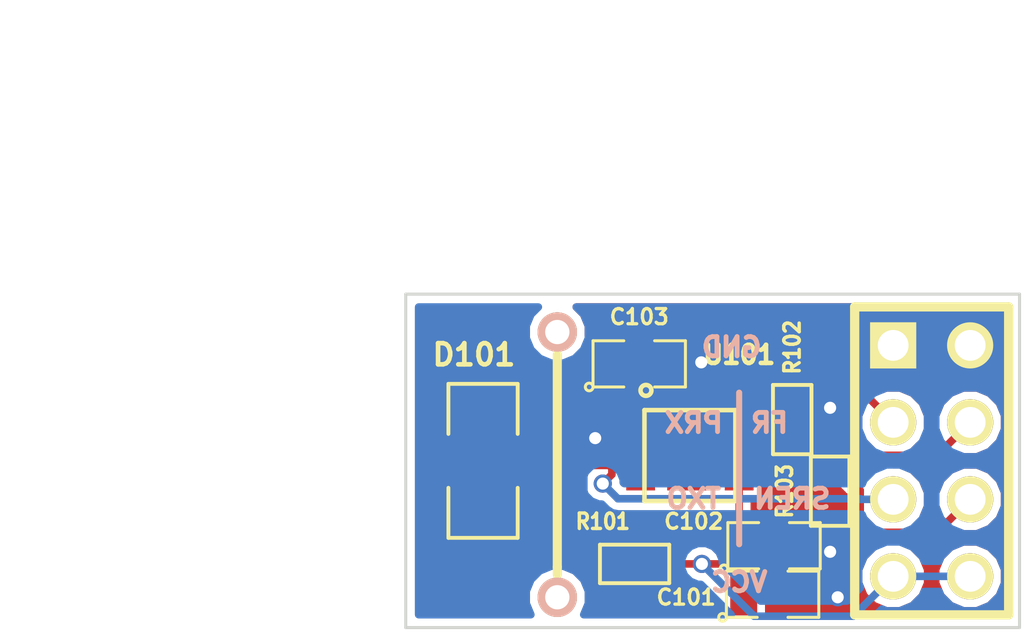
<source format=kicad_pcb>
(kicad_pcb (version 4) (host pcbnew "(after 2015-mar-04 BZR unknown)-product")

  (general
    (links 22)
    (no_connects 0)
    (area 146.199999 98.449999 166.550001 109.550001)
    (thickness 1.6)
    (drawings 15)
    (tracks 91)
    (zones 0)
    (modules 11)
    (nets 9)
  )

  (page A4)
  (layers
    (0 F.Cu signal)
    (31 B.Cu signal)
    (32 B.Adhes user)
    (33 F.Adhes user)
    (34 B.Paste user)
    (35 F.Paste user)
    (36 B.SilkS user)
    (37 F.SilkS user)
    (38 B.Mask user)
    (39 F.Mask user)
    (40 Dwgs.User user)
    (41 Cmts.User user)
    (42 Eco1.User user)
    (43 Eco2.User user)
    (44 Edge.Cuts user)
    (45 Margin user)
    (46 B.CrtYd user)
    (47 F.CrtYd user)
    (48 B.Fab user)
    (49 F.Fab user)
  )

  (setup
    (last_trace_width 0.25)
    (trace_clearance 0.2)
    (zone_clearance 0.508)
    (zone_45_only no)
    (trace_min 0.2)
    (segment_width 0.2)
    (edge_width 0.1)
    (via_size 0.6)
    (via_drill 0.4)
    (via_min_size 0.4)
    (via_min_drill 0.3)
    (uvia_size 0.3)
    (uvia_drill 0.1)
    (uvias_allowed no)
    (uvia_min_size 0.2)
    (uvia_min_drill 0.1)
    (pcb_text_width 0.3)
    (pcb_text_size 1.5 1.5)
    (mod_edge_width 0.15)
    (mod_text_size 1 1)
    (mod_text_width 0.15)
    (pad_size 1.5 1.5)
    (pad_drill 0.6)
    (pad_to_mask_clearance 0)
    (aux_axis_origin 0 0)
    (visible_elements 7FFFFF7F)
    (pcbplotparams
      (layerselection 0x010f0_80000001)
      (usegerberextensions true)
      (excludeedgelayer true)
      (linewidth 0.100000)
      (plotframeref false)
      (viasonmask false)
      (mode 1)
      (useauxorigin false)
      (hpglpennumber 1)
      (hpglpenspeed 20)
      (hpglpendiameter 15)
      (hpglpenoverlay 2)
      (psnegative false)
      (psa4output false)
      (plotreference true)
      (plotvalue true)
      (plotinvisibletext false)
      (padsonsilk false)
      (subtractmaskfromsilk false)
      (outputformat 1)
      (mirror false)
      (drillshape 0)
      (scaleselection 1)
      (outputdirectory prod_files/))
  )

  (net 0 "")
  (net 1 VCC)
  (net 2 GND)
  (net 3 /TXO)
  (net 4 /FR)
  (net 5 /PRX)
  (net 6 "Net-(U101-Pad4)")
  (net 7 /SREN)
  (net 8 "Net-(C103-Pad1)")

  (net_class Default "Ceci est la Netclass par défaut"
    (clearance 0.2)
    (trace_width 0.25)
    (via_dia 0.6)
    (via_drill 0.4)
    (uvia_dia 0.3)
    (uvia_drill 0.1)
    (add_net /FR)
    (add_net /PRX)
    (add_net /SREN)
    (add_net /TXO)
    (add_net GND)
    (add_net "Net-(C103-Pad1)")
    (add_net "Net-(U101-Pad4)")
    (add_net VCC)
  )

  (module General_SMD:SM0805 (layer F.Cu) (tedit 54EC8E63) (tstamp 55BF5D61)
    (at 158.3525 108.4)
    (path /55BF4BEC)
    (attr smd)
    (fp_text reference C101 (at -2.8525 0.1) (layer F.SilkS)
      (effects (font (size 0.50038 0.50038) (thickness 0.10922)))
    )
    (fp_text value CAP_0805 (at 0 0.381) (layer F.SilkS) hide
      (effects (font (size 0.50038 0.50038) (thickness 0.10922)))
    )
    (fp_circle (center -1.651 0.762) (end -1.651 0.635) (layer F.SilkS) (width 0.09906))
    (fp_line (start -0.508 0.762) (end -1.524 0.762) (layer F.SilkS) (width 0.09906))
    (fp_line (start -1.524 0.762) (end -1.524 -0.762) (layer F.SilkS) (width 0.09906))
    (fp_line (start -1.524 -0.762) (end -0.508 -0.762) (layer F.SilkS) (width 0.09906))
    (fp_line (start 0.508 -0.762) (end 1.524 -0.762) (layer F.SilkS) (width 0.09906))
    (fp_line (start 1.524 -0.762) (end 1.524 0.762) (layer F.SilkS) (width 0.09906))
    (fp_line (start 1.524 0.762) (end 0.508 0.762) (layer F.SilkS) (width 0.09906))
    (pad 1 smd rect (at -0.9525 0) (size 0.889 1.397) (layers F.Cu F.Paste F.Mask)
      (net 1 VCC))
    (pad 2 smd rect (at 0.9525 0) (size 0.889 1.397) (layers F.Cu F.Paste F.Mask)
      (net 2 GND))
    (model smd/chip_cms.wrl
      (at (xyz 0 0 0))
      (scale (xyz 0.1 0.1 0.1))
      (rotate (xyz 0 0 0))
    )
  )

  (module General_SMD:SM0805 (layer F.Cu) (tedit 54EC8E63) (tstamp 55BF5D67)
    (at 158.4 106.8)
    (path /55BF4B7B)
    (attr smd)
    (fp_text reference C102 (at -2.65 -0.8) (layer F.SilkS)
      (effects (font (size 0.50038 0.50038) (thickness 0.10922)))
    )
    (fp_text value CAP_0805 (at 0 0.381) (layer F.SilkS) hide
      (effects (font (size 0.50038 0.50038) (thickness 0.10922)))
    )
    (fp_circle (center -1.651 0.762) (end -1.651 0.635) (layer F.SilkS) (width 0.09906))
    (fp_line (start -0.508 0.762) (end -1.524 0.762) (layer F.SilkS) (width 0.09906))
    (fp_line (start -1.524 0.762) (end -1.524 -0.762) (layer F.SilkS) (width 0.09906))
    (fp_line (start -1.524 -0.762) (end -0.508 -0.762) (layer F.SilkS) (width 0.09906))
    (fp_line (start 0.508 -0.762) (end 1.524 -0.762) (layer F.SilkS) (width 0.09906))
    (fp_line (start 1.524 -0.762) (end 1.524 0.762) (layer F.SilkS) (width 0.09906))
    (fp_line (start 1.524 0.762) (end 0.508 0.762) (layer F.SilkS) (width 0.09906))
    (pad 1 smd rect (at -0.9525 0) (size 0.889 1.397) (layers F.Cu F.Paste F.Mask)
      (net 1 VCC))
    (pad 2 smd rect (at 0.9525 0) (size 0.889 1.397) (layers F.Cu F.Paste F.Mask)
      (net 2 GND))
    (model smd/chip_cms.wrl
      (at (xyz 0 0 0))
      (scale (xyz 0.1 0.1 0.1))
      (rotate (xyz 0 0 0))
    )
  )

  (module General_SMD:SM0805 (layer F.Cu) (tedit 54EC8E63) (tstamp 55BF5D6D)
    (at 153.9525 100.8)
    (path /55BF4C12)
    (attr smd)
    (fp_text reference C103 (at 0 -1.55) (layer F.SilkS)
      (effects (font (size 0.50038 0.50038) (thickness 0.10922)))
    )
    (fp_text value CAP_0805 (at 0 0.381) (layer F.SilkS) hide
      (effects (font (size 0.50038 0.50038) (thickness 0.10922)))
    )
    (fp_circle (center -1.651 0.762) (end -1.651 0.635) (layer F.SilkS) (width 0.09906))
    (fp_line (start -0.508 0.762) (end -1.524 0.762) (layer F.SilkS) (width 0.09906))
    (fp_line (start -1.524 0.762) (end -1.524 -0.762) (layer F.SilkS) (width 0.09906))
    (fp_line (start -1.524 -0.762) (end -0.508 -0.762) (layer F.SilkS) (width 0.09906))
    (fp_line (start 0.508 -0.762) (end 1.524 -0.762) (layer F.SilkS) (width 0.09906))
    (fp_line (start 1.524 -0.762) (end 1.524 0.762) (layer F.SilkS) (width 0.09906))
    (fp_line (start 1.524 0.762) (end 0.508 0.762) (layer F.SilkS) (width 0.09906))
    (pad 1 smd rect (at -0.9525 0) (size 0.889 1.397) (layers F.Cu F.Paste F.Mask)
      (net 8 "Net-(C103-Pad1)"))
    (pad 2 smd rect (at 0.9525 0) (size 0.889 1.397) (layers F.Cu F.Paste F.Mask)
      (net 2 GND))
    (model smd/chip_cms.wrl
      (at (xyz 0 0 0))
      (scale (xyz 0.1 0.1 0.1))
      (rotate (xyz 0 0 0))
    )
  )

  (module General_SMD:SM0603 (layer F.Cu) (tedit 54EC8D93) (tstamp 55BF5D73)
    (at 153.8 107.4 180)
    (path /55BF4C2F)
    (attr smd)
    (fp_text reference R101 (at 1.05 1.4 180) (layer F.SilkS)
      (effects (font (size 0.508 0.4572) (thickness 0.1143)))
    )
    (fp_text value RES_0603 (at 0 0 180) (layer F.SilkS) hide
      (effects (font (size 0.508 0.4572) (thickness 0.1143)))
    )
    (fp_line (start -1.143 -0.635) (end 1.143 -0.635) (layer F.SilkS) (width 0.127))
    (fp_line (start 1.143 -0.635) (end 1.143 0.635) (layer F.SilkS) (width 0.127))
    (fp_line (start 1.143 0.635) (end -1.143 0.635) (layer F.SilkS) (width 0.127))
    (fp_line (start -1.143 0.635) (end -1.143 -0.635) (layer F.SilkS) (width 0.127))
    (pad 1 smd rect (at -0.762 0 180) (size 0.635 1.143) (layers F.Cu F.Paste F.Mask)
      (net 1 VCC))
    (pad 2 smd rect (at 0.762 0 180) (size 0.635 1.143) (layers F.Cu F.Paste F.Mask)
      (net 8 "Net-(C103-Pad1)"))
    (model smd\resistors\R0603.wrl
      (at (xyz 0 0 0.001))
      (scale (xyz 0.5 0.5 0.5))
      (rotate (xyz 0 0 0))
    )
  )

  (module General_SMD:SM0603 (layer F.Cu) (tedit 54EC8D93) (tstamp 55BF5D79)
    (at 159 102.638 90)
    (path /55BF4D14)
    (attr smd)
    (fp_text reference R102 (at 2.388 0 90) (layer F.SilkS)
      (effects (font (size 0.508 0.4572) (thickness 0.1143)))
    )
    (fp_text value RES_0603 (at 0 0 90) (layer F.SilkS) hide
      (effects (font (size 0.508 0.4572) (thickness 0.1143)))
    )
    (fp_line (start -1.143 -0.635) (end 1.143 -0.635) (layer F.SilkS) (width 0.127))
    (fp_line (start 1.143 -0.635) (end 1.143 0.635) (layer F.SilkS) (width 0.127))
    (fp_line (start 1.143 0.635) (end -1.143 0.635) (layer F.SilkS) (width 0.127))
    (fp_line (start -1.143 0.635) (end -1.143 -0.635) (layer F.SilkS) (width 0.127))
    (pad 1 smd rect (at -0.762 0 90) (size 0.635 1.143) (layers F.Cu F.Paste F.Mask)
      (net 4 /FR))
    (pad 2 smd rect (at 0.762 0 90) (size 0.635 1.143) (layers F.Cu F.Paste F.Mask)
      (net 2 GND))
    (model smd\resistors\R0603.wrl
      (at (xyz 0 0 0.001))
      (scale (xyz 0.5 0.5 0.5))
      (rotate (xyz 0 0 0))
    )
  )

  (module ODFN:ODFN-8_3x3 (layer F.Cu) (tedit 55BF7F9B) (tstamp 55BF5D86)
    (at 155.625 103.825 270)
    (path /55BF4B32)
    (fp_text reference U101 (at -3.325 -1.625 360) (layer F.SilkS)
      (effects (font (size 0.6 0.6) (thickness 0.15)))
    )
    (fp_text value SI1102 (at 3.4 8.2 270) (layer F.Fab) hide
      (effects (font (size 1 1) (thickness 0.15)))
    )
    (fp_circle (center -2.15 1.45) (end -2.05 1.6) (layer F.SilkS) (width 0.15))
    (fp_line (start -1.5 -1.5) (end -1.5 1.5) (layer F.SilkS) (width 0.15))
    (fp_line (start -1.5 1.5) (end 1.5 1.5) (layer F.SilkS) (width 0.15))
    (fp_line (start 1.5 1.5) (end 1.5 -1.5) (layer F.SilkS) (width 0.15))
    (fp_line (start 1.5 -1.5) (end -1.5 -1.5) (layer F.SilkS) (width 0.15))
    (pad 9 smd rect (at 0 0 270) (size 2.3 1.5) (layers F.Cu F.Paste F.Mask))
    (pad 1 smd rect (at -0.975 1.625 270) (size 0.35 0.95) (layers F.Cu F.Paste F.Mask)
      (net 5 /PRX))
    (pad 2 smd rect (at -0.325 1.625 270) (size 0.35 0.95) (layers F.Cu F.Paste F.Mask)
      (net 2 GND))
    (pad 3 smd rect (at 0.325 1.625 270) (size 0.35 0.95) (layers F.Cu F.Paste F.Mask)
      (net 3 /TXO))
    (pad 4 smd rect (at 0.975 1.625 270) (size 0.35 0.95) (layers F.Cu F.Paste F.Mask)
      (net 6 "Net-(U101-Pad4)"))
    (pad 5 smd rect (at 0.975 -1.625 270) (size 0.35 0.95) (layers F.Cu F.Paste F.Mask)
      (net 1 VCC))
    (pad 6 smd rect (at 0.325 -1.625 270) (size 0.35 0.95) (layers F.Cu F.Paste F.Mask)
      (net 7 /SREN))
    (pad 7 smd rect (at -0.325 -1.625 270) (size 0.35 0.95) (layers F.Cu F.Paste F.Mask)
      (net 4 /FR))
    (pad 8 smd rect (at -0.975 -1.625 270) (size 0.35 0.95) (layers F.Cu F.Paste F.Mask)
      (net 2 GND))
  )

  (module Connectors_254mm:pin_array_4x2 (layer F.Cu) (tedit 55BF7FCE) (tstamp 55BF5DDA)
    (at 163.6 104 270)
    (descr "Double rangee de contacts 2 x 4 pins")
    (tags CONN)
    (path /55BF573E)
    (fp_text reference P101 (at 0.04 -3.48 270) (layer F.SilkS) hide
      (effects (font (size 0.7 0.7) (thickness 0.152)))
    )
    (fp_text value CONN_02X04 (at 0 3.81 270) (layer F.SilkS) hide
      (effects (font (size 1.016 1.016) (thickness 0.2032)))
    )
    (fp_line (start -5.08 -2.54) (end 5.08 -2.54) (layer F.SilkS) (width 0.3048))
    (fp_line (start 5.08 -2.54) (end 5.08 2.54) (layer F.SilkS) (width 0.3048))
    (fp_line (start 5.08 2.54) (end -5.08 2.54) (layer F.SilkS) (width 0.3048))
    (fp_line (start -5.08 2.54) (end -5.08 -2.54) (layer F.SilkS) (width 0.3048))
    (pad 1 thru_hole rect (at -3.81 1.27 270) (size 1.524 1.524) (drill 1.016) (layers *.Cu *.Mask F.SilkS)
      (net 2 GND))
    (pad 2 thru_hole circle (at -3.81 -1.27 270) (size 1.524 1.524) (drill 1.016) (layers *.Cu *.Mask F.SilkS)
      (net 2 GND))
    (pad 3 thru_hole circle (at -1.27 1.27 270) (size 1.524 1.524) (drill 1.016) (layers *.Cu *.Mask F.SilkS)
      (net 5 /PRX))
    (pad 4 thru_hole circle (at -1.27 -1.27 270) (size 1.524 1.524) (drill 1.016) (layers *.Cu *.Mask F.SilkS)
      (net 4 /FR))
    (pad 5 thru_hole circle (at 1.27 1.27 270) (size 1.524 1.524) (drill 1.016) (layers *.Cu *.Mask F.SilkS)
      (net 3 /TXO))
    (pad 6 thru_hole circle (at 1.27 -1.27 270) (size 1.524 1.524) (drill 1.016) (layers *.Cu *.Mask F.SilkS)
      (net 7 /SREN))
    (pad 7 thru_hole circle (at 3.81 1.27 270) (size 1.524 1.524) (drill 1.016) (layers *.Cu *.Mask F.SilkS)
      (net 1 VCC))
    (pad 8 thru_hole circle (at 3.81 -1.27 270) (size 1.524 1.524) (drill 1.016) (layers *.Cu *.Mask F.SilkS)
      (net 1 VCC))
    (model pin_array/pins_array_4x2.wrl
      (at (xyz 0 0 0))
      (scale (xyz 1 1 1))
      (rotate (xyz 0 0 0))
    )
  )

  (module General_SMD:SM1206 (layer F.Cu) (tedit 54CD7B0D) (tstamp 55BF5F3E)
    (at 148.8 104 270)
    (path /55BF613B)
    (attr smd)
    (fp_text reference D101 (at -3.5 0.3 540) (layer F.SilkS)
      (effects (font (size 0.7 0.7) (thickness 0.152)))
    )
    (fp_text value Led_Small (at 0 0 270) (layer F.SilkS) hide
      (effects (font (size 0.762 0.762) (thickness 0.127)))
    )
    (fp_line (start -2.54 -1.143) (end -2.54 1.143) (layer F.SilkS) (width 0.127))
    (fp_line (start -2.54 1.143) (end -0.889 1.143) (layer F.SilkS) (width 0.127))
    (fp_line (start 0.889 -1.143) (end 2.54 -1.143) (layer F.SilkS) (width 0.127))
    (fp_line (start 2.54 -1.143) (end 2.54 1.143) (layer F.SilkS) (width 0.127))
    (fp_line (start 2.54 1.143) (end 0.889 1.143) (layer F.SilkS) (width 0.127))
    (fp_line (start -0.889 -1.143) (end -2.54 -1.143) (layer F.SilkS) (width 0.127))
    (pad 1 smd rect (at -1.651 0 270) (size 1.524 2.032) (layers F.Cu F.Paste F.Mask)
      (net 8 "Net-(C103-Pad1)"))
    (pad 2 smd rect (at 1.651 0 270) (size 1.524 2.032) (layers F.Cu F.Paste F.Mask)
      (net 3 /TXO))
    (model smd/chip_cms.wrl
      (at (xyz 0 0 0))
      (scale (xyz 0.17 0.16 0.16))
      (rotate (xyz 0 0 0))
    )
  )

  (module Mounting_Holes:0.8mm_plated_hole (layer F.Cu) (tedit 55BF61E7) (tstamp 55BF6434)
    (at 151.25 108.5)
    (fp_text reference REF** (at 0 0.5) (layer F.SilkS) hide
      (effects (font (size 1 1) (thickness 0.15)))
    )
    (fp_text value 0.8mm_plated_hole (at 0 -0.5) (layer F.Fab) hide
      (effects (font (size 1 1) (thickness 0.15)))
    )
    (pad 1 thru_hole circle (at 0 0) (size 1.3 1.3) (drill 0.8) (layers *.Cu *.SilkS *.Mask))
  )

  (module Mounting_Holes:0.8mm_plated_hole (layer F.Cu) (tedit 55BF61E7) (tstamp 55BF6439)
    (at 151.25 99.75)
    (fp_text reference REF** (at 0 0.5) (layer F.SilkS) hide
      (effects (font (size 1 1) (thickness 0.15)))
    )
    (fp_text value 0.8mm_plated_hole (at 0 -0.5) (layer F.Fab) hide
      (effects (font (size 1 1) (thickness 0.15)))
    )
    (pad 1 thru_hole circle (at 0 0) (size 1.3 1.3) (drill 0.8) (layers *.Cu *.SilkS *.Mask))
  )

  (module General_SMD:SM0603 (layer F.Cu) (tedit 54EC8D93) (tstamp 55BF66F2)
    (at 160.25 105 270)
    (path /55BF68B2)
    (attr smd)
    (fp_text reference R103 (at 0 1.5 270) (layer F.SilkS)
      (effects (font (size 0.508 0.4572) (thickness 0.1143)))
    )
    (fp_text value RES_0603 (at 0 0 270) (layer F.SilkS) hide
      (effects (font (size 0.508 0.4572) (thickness 0.1143)))
    )
    (fp_line (start -1.143 -0.635) (end 1.143 -0.635) (layer F.SilkS) (width 0.127))
    (fp_line (start 1.143 -0.635) (end 1.143 0.635) (layer F.SilkS) (width 0.127))
    (fp_line (start 1.143 0.635) (end -1.143 0.635) (layer F.SilkS) (width 0.127))
    (fp_line (start -1.143 0.635) (end -1.143 -0.635) (layer F.SilkS) (width 0.127))
    (pad 1 smd rect (at -0.762 0 270) (size 0.635 1.143) (layers F.Cu F.Paste F.Mask)
      (net 7 /SREN))
    (pad 2 smd rect (at 0.762 0 270) (size 0.635 1.143) (layers F.Cu F.Paste F.Mask)
      (net 2 GND))
    (model smd\resistors\R0603.wrl
      (at (xyz 0 0 0.001))
      (scale (xyz 0.5 0.5 0.5))
      (rotate (xyz 0 0 0))
    )
  )

  (gr_text TXO (at 155.75 105.25) (layer B.SilkS)
    (effects (font (size 0.635 0.635) (thickness 0.15875)) (justify mirror))
  )
  (gr_text PRX (at 155.75 102.75) (layer B.SilkS)
    (effects (font (size 0.635 0.635) (thickness 0.15875)) (justify mirror))
  )
  (gr_text SREN (at 159 105.25) (layer B.SilkS)
    (effects (font (size 0.635 0.635) (thickness 0.15875)) (justify mirror))
  )
  (gr_text FR (at 158.25 102.75) (layer B.SilkS)
    (effects (font (size 0.635 0.635) (thickness 0.15875)) (justify mirror))
  )
  (gr_text GND (at 157 100.25) (layer B.SilkS)
    (effects (font (size 0.635 0.635) (thickness 0.15875)) (justify mirror))
  )
  (gr_text VCC (at 157.25 108) (layer B.SilkS)
    (effects (font (size 0.635 0.635) (thickness 0.15875)) (justify mirror))
  )
  (gr_line (start 157.25 101.75) (end 157.25 106.75) (layer B.SilkS) (width 0.2))
  (gr_line (start 151.25 107.5) (end 151.25 107.75) (layer F.SilkS) (width 0.3))
  (gr_line (start 151.25 100.5) (end 151.25 107.5) (layer F.SilkS) (width 0.3))
  (dimension 11 (width 0.3) (layer Cmts.User)
    (gr_text "11.000 mm" (at 139.15 104 270) (layer Cmts.User)
      (effects (font (size 1.5 1.5) (thickness 0.3)))
    )
    (feature1 (pts (xy 146.25 109.5) (xy 137.8 109.5)))
    (feature2 (pts (xy 146.25 98.5) (xy 137.8 98.5)))
    (crossbar (pts (xy 140.5 98.5) (xy 140.5 109.5)))
    (arrow1a (pts (xy 140.5 109.5) (xy 139.913579 108.373496)))
    (arrow1b (pts (xy 140.5 109.5) (xy 141.086421 108.373496)))
    (arrow2a (pts (xy 140.5 98.5) (xy 139.913579 99.626504)))
    (arrow2b (pts (xy 140.5 98.5) (xy 141.086421 99.626504)))
  )
  (dimension 20.25 (width 0.3) (layer Cmts.User)
    (gr_text "20.250 mm" (at 156.375 90.65) (layer Cmts.User)
      (effects (font (size 1.5 1.5) (thickness 0.3)))
    )
    (feature1 (pts (xy 166.5 98.5) (xy 166.5 89.3)))
    (feature2 (pts (xy 146.25 98.5) (xy 146.25 89.3)))
    (crossbar (pts (xy 146.25 92) (xy 166.5 92)))
    (arrow1a (pts (xy 166.5 92) (xy 165.373496 92.586421)))
    (arrow1b (pts (xy 166.5 92) (xy 165.373496 91.413579)))
    (arrow2a (pts (xy 146.25 92) (xy 147.376504 92.586421)))
    (arrow2b (pts (xy 146.25 92) (xy 147.376504 91.413579)))
  )
  (gr_line (start 146.25 109.5) (end 146.25 98.5) (layer Edge.Cuts) (width 0.1))
  (gr_line (start 166.5 109.5) (end 146.25 109.5) (layer Edge.Cuts) (width 0.1))
  (gr_line (start 166.5 98.5) (end 166.5 109.5) (layer Edge.Cuts) (width 0.1))
  (gr_line (start 146.25 98.5) (end 166.5 98.5) (layer Edge.Cuts) (width 0.1))

  (segment (start 154.562 107.4) (end 156.019639 107.4) (width 0.25) (layer F.Cu) (net 1))
  (segment (start 156.019639 107.4) (end 156.8475 107.4) (width 0.25) (layer F.Cu) (net 1))
  (via (at 156.019639 107.4) (size 0.6) (drill 0.4) (layers F.Cu B.Cu) (net 1))
  (segment (start 162.33 107.81) (end 161.014999 109.125001) (width 0.25) (layer B.Cu) (net 1))
  (segment (start 161.014999 109.125001) (end 157.74464 109.125001) (width 0.25) (layer B.Cu) (net 1))
  (segment (start 157.74464 109.125001) (end 156.019639 107.4) (width 0.25) (layer B.Cu) (net 1))
  (segment (start 164.87 107.81) (end 163.79237 107.81) (width 0.25) (layer B.Cu) (net 1))
  (segment (start 163.79237 107.81) (end 162.33 107.81) (width 0.25) (layer B.Cu) (net 1))
  (segment (start 156.8475 107.4) (end 157.4475 106.8) (width 0.25) (layer F.Cu) (net 1))
  (segment (start 157.4 108.4) (end 157.4 106.8475) (width 0.25) (layer F.Cu) (net 1))
  (segment (start 157.4 106.8475) (end 157.4475 106.8) (width 0.25) (layer F.Cu) (net 1))
  (segment (start 157.25 104.8) (end 157.25 106.6025) (width 0.25) (layer F.Cu) (net 1))
  (segment (start 157.25 106.6025) (end 157.4475 106.8) (width 0.25) (layer F.Cu) (net 1))
  (segment (start 164.87 100.19) (end 163.79237 100.19) (width 0.25) (layer B.Cu) (net 2))
  (segment (start 163.79237 100.19) (end 162.33 100.19) (width 0.25) (layer B.Cu) (net 2))
  (segment (start 153 106) (end 152.124999 105.124999) (width 0.25) (layer B.Cu) (net 2))
  (segment (start 152.124999 105.124999) (end 152.124999 103.625001) (width 0.25) (layer B.Cu) (net 2))
  (segment (start 152.124999 103.625001) (end 152.200001 103.549999) (width 0.25) (layer B.Cu) (net 2))
  (segment (start 152.200001 103.549999) (end 152.5 103.25) (width 0.25) (layer B.Cu) (net 2))
  (segment (start 159.25 106) (end 153 106) (width 0.25) (layer B.Cu) (net 2))
  (segment (start 160.25 107) (end 159.25 106) (width 0.25) (layer B.Cu) (net 2))
  (segment (start 157.25 102.85) (end 158.026 102.85) (width 0.25) (layer F.Cu) (net 2))
  (segment (start 158.026 102.85) (end 159 101.876) (width 0.25) (layer F.Cu) (net 2))
  (segment (start 160.25 107) (end 159.5525 107) (width 0.25) (layer F.Cu) (net 2))
  (segment (start 159.5525 107) (end 159.3525 106.8) (width 0.25) (layer F.Cu) (net 2))
  (segment (start 160.5 108.075736) (end 160.5 107.25) (width 0.25) (layer B.Cu) (net 2))
  (segment (start 160.5 107.25) (end 160.25 107) (width 0.25) (layer B.Cu) (net 2))
  (via (at 160.25 107) (size 0.6) (drill 0.4) (layers F.Cu B.Cu) (net 2))
  (segment (start 160.5 108.5) (end 160.5 108.075736) (width 0.25) (layer B.Cu) (net 2))
  (segment (start 159.305 108.4) (end 160.4 108.4) (width 0.25) (layer F.Cu) (net 2))
  (segment (start 160.4 108.4) (end 160.5 108.5) (width 0.25) (layer F.Cu) (net 2))
  (via (at 160.5 108.5) (size 0.6) (drill 0.4) (layers F.Cu B.Cu) (net 2))
  (segment (start 152.5 103.25) (end 153.5 103.25) (width 0.25) (layer B.Cu) (net 2))
  (segment (start 153.5 103.25) (end 156 100.75) (width 0.25) (layer B.Cu) (net 2))
  (segment (start 156 100.75) (end 156.56 100.19) (width 0.25) (layer B.Cu) (net 2))
  (segment (start 156.56 100.19) (end 162.33 100.19) (width 0.25) (layer B.Cu) (net 2))
  (segment (start 160.25 102.25) (end 162.31 100.19) (width 0.25) (layer B.Cu) (net 2))
  (segment (start 162.31 100.19) (end 162.33 100.19) (width 0.25) (layer B.Cu) (net 2))
  (segment (start 154 103.5) (end 152.75 103.5) (width 0.25) (layer F.Cu) (net 2))
  (segment (start 152.75 103.5) (end 152.5 103.25) (width 0.25) (layer F.Cu) (net 2))
  (via (at 152.5 103.25) (size 0.6) (drill 0.4) (layers F.Cu B.Cu) (net 2))
  (segment (start 154.905 100.8) (end 155.95 100.8) (width 0.25) (layer F.Cu) (net 2))
  (segment (start 155.95 100.8) (end 156 100.75) (width 0.25) (layer F.Cu) (net 2))
  (via (at 156 100.75) (size 0.6) (drill 0.4) (layers F.Cu B.Cu) (net 2))
  (segment (start 159 101.876) (end 159.876 101.876) (width 0.25) (layer F.Cu) (net 2))
  (segment (start 159.876 101.876) (end 160.25 102.25) (width 0.25) (layer F.Cu) (net 2))
  (via (at 160.25 102.25) (size 0.6) (drill 0.4) (layers F.Cu B.Cu) (net 2))
  (segment (start 151.567 104.15) (end 152.963134 104.15) (width 0.25) (layer F.Cu) (net 3))
  (segment (start 153.049999 104.450001) (end 153.049999 104.236865) (width 0.25) (layer F.Cu) (net 3))
  (segment (start 152.963134 104.15) (end 154 104.15) (width 0.25) (layer F.Cu) (net 3))
  (segment (start 153.049999 104.236865) (end 152.963134 104.15) (width 0.25) (layer F.Cu) (net 3))
  (segment (start 152.75 104.75) (end 153.049999 104.450001) (width 0.25) (layer F.Cu) (net 3))
  (segment (start 161.23237 105.25) (end 153.25 105.25) (width 0.25) (layer B.Cu) (net 3))
  (segment (start 153.25 105.25) (end 152.75 104.75) (width 0.25) (layer B.Cu) (net 3))
  (via (at 152.75 104.75) (size 0.6) (drill 0.4) (layers F.Cu B.Cu) (net 3))
  (segment (start 162.33 105.27) (end 161.25237 105.27) (width 0.25) (layer B.Cu) (net 3))
  (segment (start 161.25237 105.27) (end 161.23237 105.25) (width 0.25) (layer B.Cu) (net 3))
  (segment (start 148.8 105.651) (end 150.066 105.651) (width 0.25) (layer F.Cu) (net 3))
  (segment (start 150.066 105.651) (end 151.567 104.15) (width 0.25) (layer F.Cu) (net 3))
  (segment (start 159 103.4) (end 161.391238 103.4) (width 0.25) (layer F.Cu) (net 4))
  (segment (start 161.391238 103.4) (end 161.808239 103.817001) (width 0.25) (layer F.Cu) (net 4))
  (segment (start 161.808239 103.817001) (end 162.851761 103.817001) (width 0.25) (layer F.Cu) (net 4))
  (segment (start 162.851761 103.817001) (end 163.168762 103.5) (width 0.25) (layer F.Cu) (net 4))
  (segment (start 163.168762 103.5) (end 164.1 103.5) (width 0.25) (layer F.Cu) (net 4))
  (segment (start 164.1 103.5) (end 164.108001 103.491999) (width 0.25) (layer F.Cu) (net 4))
  (segment (start 164.108001 103.491999) (end 164.87 102.73) (width 0.25) (layer F.Cu) (net 4))
  (segment (start 157.25 103.5) (end 158.9 103.5) (width 0.25) (layer F.Cu) (net 4))
  (segment (start 158.9 103.5) (end 159 103.4) (width 0.25) (layer F.Cu) (net 4))
  (segment (start 156.75 102) (end 157.516501 101.233499) (width 0.25) (layer F.Cu) (net 5))
  (segment (start 157.516501 101.233499) (end 160.833499 101.233499) (width 0.25) (layer F.Cu) (net 5))
  (segment (start 160.833499 101.233499) (end 161.568001 101.968001) (width 0.25) (layer F.Cu) (net 5))
  (segment (start 161.568001 101.968001) (end 162.33 102.73) (width 0.25) (layer F.Cu) (net 5))
  (segment (start 154.425 102) (end 156.75 102) (width 0.25) (layer F.Cu) (net 5))
  (segment (start 154 102.85) (end 154 102.425) (width 0.25) (layer F.Cu) (net 5))
  (segment (start 154 102.425) (end 154.425 102) (width 0.25) (layer F.Cu) (net 5))
  (segment (start 160.25 104.238) (end 160.504 104.238) (width 0.25) (layer F.Cu) (net 7))
  (segment (start 160.504 104.238) (end 161.242999 104.976999) (width 0.25) (layer F.Cu) (net 7))
  (segment (start 161.242999 104.976999) (end 161.242999 105.791761) (width 0.25) (layer F.Cu) (net 7))
  (segment (start 161.242999 105.791761) (end 161.808239 106.357001) (width 0.25) (layer F.Cu) (net 7))
  (segment (start 161.808239 106.357001) (end 163.782999 106.357001) (width 0.25) (layer F.Cu) (net 7))
  (segment (start 160.25 104.238) (end 157.338 104.238) (width 0.25) (layer F.Cu) (net 7))
  (segment (start 157.338 104.238) (end 157.25 104.15) (width 0.25) (layer F.Cu) (net 7))
  (segment (start 164.87 105.27) (end 163.782999 106.357001) (width 0.25) (layer F.Cu) (net 7))
  (segment (start 148.8 102.349) (end 149.054 102.349) (width 0.25) (layer F.Cu) (net 8))
  (segment (start 149.054 102.349) (end 150.603 100.8) (width 0.25) (layer F.Cu) (net 8))
  (segment (start 150.603 100.8) (end 153 100.8) (width 0.25) (layer F.Cu) (net 8))
  (segment (start 153.038 107.4) (end 147.65 107.4) (width 0.25) (layer F.Cu) (net 8))
  (segment (start 147.65 107.4) (end 146.75 106.5) (width 0.25) (layer F.Cu) (net 8))
  (segment (start 146.75 106.5) (end 146.75 102.5) (width 0.25) (layer F.Cu) (net 8))
  (segment (start 146.75 102.5) (end 146.901 102.349) (width 0.25) (layer F.Cu) (net 8))
  (segment (start 146.901 102.349) (end 148.8 102.349) (width 0.25) (layer F.Cu) (net 8))

  (zone (net 2) (net_name GND) (layer F.Cu) (tstamp 0) (hatch edge 0.508)
    (connect_pads yes (clearance 0.25))
    (min_thickness 0.25)
    (fill yes (arc_segments 16) (thermal_gap 0.254) (thermal_bridge_width 0.254))
    (polygon
      (pts
        (xy 146.25 98.5) (xy 166.5 98.5) (xy 166.5 109.5) (xy 146.25 109.5)
      )
    )
    (filled_polygon
      (pts
        (xy 161.252624 102.35973) (xy 161.193198 102.502845) (xy 161.192851 102.9) (xy 159.900147 102.9) (xy 159.843551 102.813842)
        (xy 159.718925 102.729719) (xy 159.5715 102.700153) (xy 158.4285 102.700153) (xy 158.285514 102.727896) (xy 158.159842 102.810449)
        (xy 158.075719 102.935075) (xy 158.062698 103) (xy 157.913581 103) (xy 157.872425 102.972219) (xy 157.725 102.942653)
        (xy 156.775 102.942653) (xy 156.757347 102.946078) (xy 156.757347 102.675) (xy 156.729604 102.532014) (xy 156.708574 102.5)
        (xy 156.75 102.5) (xy 156.75 102.499999) (xy 156.941342 102.46194) (xy 157.103553 102.353553) (xy 157.723607 101.733499)
        (xy 160.626392 101.733499) (xy 161.214448 102.321555) (xy 161.214451 102.321557) (xy 161.252624 102.35973)
      )
    )
    (filled_polygon
      (pts
        (xy 166.075 109.075) (xy 166.007197 109.075) (xy 166.007197 107.584829) (xy 165.834464 107.166783) (xy 165.5149 106.84666)
        (xy 165.097155 106.673198) (xy 164.644829 106.672803) (xy 164.226783 106.845536) (xy 163.90666 107.1651) (xy 163.733198 107.582845)
        (xy 163.732803 108.035171) (xy 163.905536 108.453217) (xy 164.2251 108.77334) (xy 164.642845 108.946802) (xy 165.095171 108.947197)
        (xy 165.513217 108.774464) (xy 165.83334 108.4549) (xy 166.006802 108.037155) (xy 166.007197 107.584829) (xy 166.007197 109.075)
        (xy 158.226847 109.075) (xy 158.226847 107.7015) (xy 158.222475 107.678969) (xy 158.244781 107.645925) (xy 158.274347 107.4985)
        (xy 158.274347 106.1015) (xy 158.246604 105.958514) (xy 158.164051 105.832842) (xy 158.039425 105.748719) (xy 157.892 105.719153)
        (xy 157.75 105.719153) (xy 157.75 105.352496) (xy 157.867986 105.329604) (xy 157.993658 105.247051) (xy 158.077781 105.122425)
        (xy 158.107347 104.975) (xy 158.107347 104.738) (xy 159.349852 104.738) (xy 159.406449 104.824158) (xy 159.531075 104.908281)
        (xy 159.6785 104.937847) (xy 160.49674 104.937847) (xy 160.742999 105.184105) (xy 160.742999 105.791761) (xy 160.781059 105.983103)
        (xy 160.889446 106.145314) (xy 161.454686 106.710554) (xy 161.616897 106.818941) (xy 161.707521 106.836967) (xy 161.686783 106.845536)
        (xy 161.36666 107.1651) (xy 161.193198 107.582845) (xy 161.192803 108.035171) (xy 161.365536 108.453217) (xy 161.6851 108.77334)
        (xy 162.102845 108.946802) (xy 162.555171 108.947197) (xy 162.973217 108.774464) (xy 163.29334 108.4549) (xy 163.466802 108.037155)
        (xy 163.467197 107.584829) (xy 163.294464 107.166783) (xy 162.985222 106.857001) (xy 163.782999 106.857001) (xy 163.782999 106.857)
        (xy 163.974341 106.818941) (xy 164.136552 106.710554) (xy 164.49973 106.347375) (xy 164.642845 106.406802) (xy 165.095171 106.407197)
        (xy 165.513217 106.234464) (xy 165.83334 105.9149) (xy 166.006802 105.497155) (xy 166.007197 105.044829) (xy 165.834464 104.626783)
        (xy 165.5149 104.30666) (xy 165.097155 104.133198) (xy 164.644829 104.132803) (xy 164.226783 104.305536) (xy 163.90666 104.6251)
        (xy 163.733198 105.042845) (xy 163.732803 105.495171) (xy 163.792717 105.640175) (xy 163.575892 105.857001) (xy 163.317381 105.857001)
        (xy 163.466802 105.497155) (xy 163.467197 105.044829) (xy 163.294464 104.626783) (xy 162.9749 104.30666) (xy 162.951855 104.297091)
        (xy 163.043103 104.278941) (xy 163.205314 104.170554) (xy 163.375868 104) (xy 164.1 104) (xy 164.1 103.999999)
        (xy 164.291342 103.96194) (xy 164.453553 103.853553) (xy 164.461554 103.845552) (xy 164.49973 103.807375) (xy 164.642845 103.866802)
        (xy 165.095171 103.867197) (xy 165.513217 103.694464) (xy 165.83334 103.3749) (xy 166.006802 102.957155) (xy 166.007197 102.504829)
        (xy 165.834464 102.086783) (xy 165.5149 101.76666) (xy 165.097155 101.593198) (xy 164.644829 101.592803) (xy 164.226783 101.765536)
        (xy 163.90666 102.0851) (xy 163.733198 102.502845) (xy 163.732803 102.955171) (xy 163.751325 103) (xy 163.449011 103)
        (xy 163.466802 102.957155) (xy 163.467197 102.504829) (xy 163.294464 102.086783) (xy 162.9749 101.76666) (xy 162.557155 101.593198)
        (xy 162.104829 101.592803) (xy 161.959823 101.652717) (xy 161.921557 101.614451) (xy 161.921555 101.614448) (xy 161.187052 100.879946)
        (xy 161.024841 100.771559) (xy 160.833499 100.733499) (xy 157.516501 100.733499) (xy 157.325159 100.771559) (xy 157.162948 100.879946)
        (xy 156.542894 101.5) (xy 154.425 101.5) (xy 154.233658 101.53806) (xy 154.071447 101.646446) (xy 153.646447 102.071447)
        (xy 153.53806 102.233658) (xy 153.526325 102.292653) (xy 153.525 102.292653) (xy 153.382014 102.320396) (xy 153.256342 102.402949)
        (xy 153.172219 102.527575) (xy 153.142653 102.675) (xy 153.142653 103.025) (xy 153.170396 103.167986) (xy 153.252949 103.293658)
        (xy 153.377575 103.377781) (xy 153.525 103.407347) (xy 154.475 103.407347) (xy 154.492653 103.403921) (xy 154.492653 103.596193)
        (xy 154.475 103.592653) (xy 153.525 103.592653) (xy 153.382014 103.620396) (xy 153.336947 103.65) (xy 152.963134 103.65)
        (xy 151.567 103.65) (xy 151.375658 103.68806) (xy 151.310685 103.731473) (xy 151.213447 103.796446) (xy 150.185761 104.824132)
        (xy 150.170604 104.746014) (xy 150.088051 104.620342) (xy 149.963425 104.536219) (xy 149.816 104.506653) (xy 147.784 104.506653)
        (xy 147.641014 104.534396) (xy 147.515342 104.616949) (xy 147.431219 104.741575) (xy 147.401653 104.889) (xy 147.401653 106.413)
        (xy 147.409247 106.452141) (xy 147.25 106.292893) (xy 147.25 102.849) (xy 147.401653 102.849) (xy 147.401653 103.111)
        (xy 147.429396 103.253986) (xy 147.511949 103.379658) (xy 147.636575 103.463781) (xy 147.784 103.493347) (xy 149.816 103.493347)
        (xy 149.958986 103.465604) (xy 150.084658 103.383051) (xy 150.168781 103.258425) (xy 150.198347 103.111) (xy 150.198347 101.911759)
        (xy 150.810106 101.3) (xy 152.173153 101.3) (xy 152.173153 101.4985) (xy 152.200896 101.641486) (xy 152.283449 101.767158)
        (xy 152.408075 101.851281) (xy 152.5555 101.880847) (xy 153.4445 101.880847) (xy 153.587486 101.853104) (xy 153.713158 101.770551)
        (xy 153.797281 101.645925) (xy 153.826847 101.4985) (xy 153.826847 100.1015) (xy 153.799104 99.958514) (xy 153.716551 99.832842)
        (xy 153.591925 99.748719) (xy 153.4445 99.719153) (xy 152.5555 99.719153) (xy 152.412514 99.746896) (xy 152.286842 99.829449)
        (xy 152.274915 99.847117) (xy 152.275178 99.547009) (xy 152.119459 99.170143) (xy 151.874744 98.925) (xy 166.075 98.925)
        (xy 166.075 109.075)
      )
    )
  )
  (zone (net 2) (net_name GND) (layer B.Cu) (tstamp 0) (hatch edge 0.508)
    (connect_pads yes (clearance 0.25))
    (min_thickness 0.25)
    (fill yes (arc_segments 16) (thermal_gap 0.508) (thermal_bridge_width 0.508))
    (polygon
      (pts
        (xy 146.25 98.5) (xy 146.25 109.5) (xy 166.5 109.5) (xy 166.5 98.5)
      )
    )
    (filled_polygon
      (pts
        (xy 166.075 109.075) (xy 161.772106 109.075) (xy 161.95973 108.887375) (xy 162.102845 108.946802) (xy 162.555171 108.947197)
        (xy 162.973217 108.774464) (xy 163.29334 108.4549) (xy 163.353507 108.31) (xy 163.79237 108.31) (xy 163.846359 108.31)
        (xy 163.905536 108.453217) (xy 164.2251 108.77334) (xy 164.642845 108.946802) (xy 165.095171 108.947197) (xy 165.513217 108.774464)
        (xy 165.83334 108.4549) (xy 166.006802 108.037155) (xy 166.007197 107.584829) (xy 166.007197 105.044829) (xy 166.007197 102.504829)
        (xy 165.834464 102.086783) (xy 165.5149 101.76666) (xy 165.097155 101.593198) (xy 164.644829 101.592803) (xy 164.226783 101.765536)
        (xy 163.90666 102.0851) (xy 163.733198 102.502845) (xy 163.732803 102.955171) (xy 163.905536 103.373217) (xy 164.2251 103.69334)
        (xy 164.642845 103.866802) (xy 165.095171 103.867197) (xy 165.513217 103.694464) (xy 165.83334 103.3749) (xy 166.006802 102.957155)
        (xy 166.007197 102.504829) (xy 166.007197 105.044829) (xy 165.834464 104.626783) (xy 165.5149 104.30666) (xy 165.097155 104.133198)
        (xy 164.644829 104.132803) (xy 164.226783 104.305536) (xy 163.90666 104.6251) (xy 163.733198 105.042845) (xy 163.732803 105.495171)
        (xy 163.905536 105.913217) (xy 164.2251 106.23334) (xy 164.642845 106.406802) (xy 165.095171 106.407197) (xy 165.513217 106.234464)
        (xy 165.83334 105.9149) (xy 166.006802 105.497155) (xy 166.007197 105.044829) (xy 166.007197 107.584829) (xy 165.834464 107.166783)
        (xy 165.5149 106.84666) (xy 165.097155 106.673198) (xy 164.644829 106.672803) (xy 164.226783 106.845536) (xy 163.90666 107.1651)
        (xy 163.846492 107.31) (xy 163.79237 107.31) (xy 163.467197 107.31) (xy 163.467197 105.044829) (xy 163.467197 102.504829)
        (xy 163.294464 102.086783) (xy 162.9749 101.76666) (xy 162.557155 101.593198) (xy 162.104829 101.592803) (xy 161.686783 101.765536)
        (xy 161.36666 102.0851) (xy 161.193198 102.502845) (xy 161.192803 102.955171) (xy 161.365536 103.373217) (xy 161.6851 103.69334)
        (xy 162.102845 103.866802) (xy 162.555171 103.867197) (xy 162.973217 103.694464) (xy 163.29334 103.3749) (xy 163.466802 102.957155)
        (xy 163.467197 102.504829) (xy 163.467197 105.044829) (xy 163.294464 104.626783) (xy 162.9749 104.30666) (xy 162.557155 104.133198)
        (xy 162.104829 104.132803) (xy 161.686783 104.305536) (xy 161.36666 104.6251) (xy 161.308508 104.765144) (xy 161.23237 104.75)
        (xy 153.457106 104.75) (xy 153.425028 104.717921) (xy 153.425117 104.616323) (xy 153.322571 104.368143) (xy 153.132856 104.178097)
        (xy 152.884855 104.075117) (xy 152.616323 104.074883) (xy 152.368143 104.177429) (xy 152.178097 104.367144) (xy 152.075117 104.615145)
        (xy 152.074883 104.883677) (xy 152.177429 105.131857) (xy 152.367144 105.321903) (xy 152.615145 105.424883) (xy 152.717865 105.424972)
        (xy 152.896447 105.603554) (xy 153.058658 105.71194) (xy 153.25 105.75) (xy 161.151822 105.75) (xy 161.151824 105.75)
        (xy 161.25237 105.77) (xy 161.306359 105.77) (xy 161.365536 105.913217) (xy 161.6851 106.23334) (xy 162.102845 106.406802)
        (xy 162.555171 106.407197) (xy 162.973217 106.234464) (xy 163.29334 105.9149) (xy 163.466802 105.497155) (xy 163.467197 105.044829)
        (xy 163.467197 107.31) (xy 163.35364 107.31) (xy 163.294464 107.166783) (xy 162.9749 106.84666) (xy 162.557155 106.673198)
        (xy 162.104829 106.672803) (xy 161.686783 106.845536) (xy 161.36666 107.1651) (xy 161.193198 107.582845) (xy 161.192803 108.035171)
        (xy 161.252717 108.180175) (xy 160.807892 108.625001) (xy 157.951746 108.625001) (xy 156.694667 107.367922) (xy 156.694756 107.266323)
        (xy 156.59221 107.018143) (xy 156.402495 106.828097) (xy 156.154494 106.725117) (xy 155.885962 106.724883) (xy 155.637782 106.827429)
        (xy 155.447736 107.017144) (xy 155.344756 107.265145) (xy 155.344522 107.533677) (xy 155.447068 107.781857) (xy 155.636783 107.971903)
        (xy 155.884784 108.074883) (xy 155.987505 108.074972) (xy 156.987532 109.075) (xy 152.121092 109.075) (xy 152.274822 108.70478)
        (xy 152.275178 108.297009) (xy 152.119459 107.920143) (xy 151.831374 107.631554) (xy 151.45478 107.475178) (xy 151.047009 107.474822)
        (xy 150.670143 107.630541) (xy 150.381554 107.918626) (xy 150.225178 108.29522) (xy 150.224822 108.702991) (xy 150.378534 109.075)
        (xy 146.675 109.075) (xy 146.675 98.925) (xy 150.625606 98.925) (xy 150.381554 99.168626) (xy 150.225178 99.54522)
        (xy 150.224822 99.952991) (xy 150.380541 100.329857) (xy 150.668626 100.618446) (xy 151.04522 100.774822) (xy 151.452991 100.775178)
        (xy 151.829857 100.619459) (xy 152.118446 100.331374) (xy 152.274822 99.95478) (xy 152.275178 99.547009) (xy 152.119459 99.170143)
        (xy 151.874744 98.925) (xy 166.075 98.925) (xy 166.075 109.075)
      )
    )
  )
)

</source>
